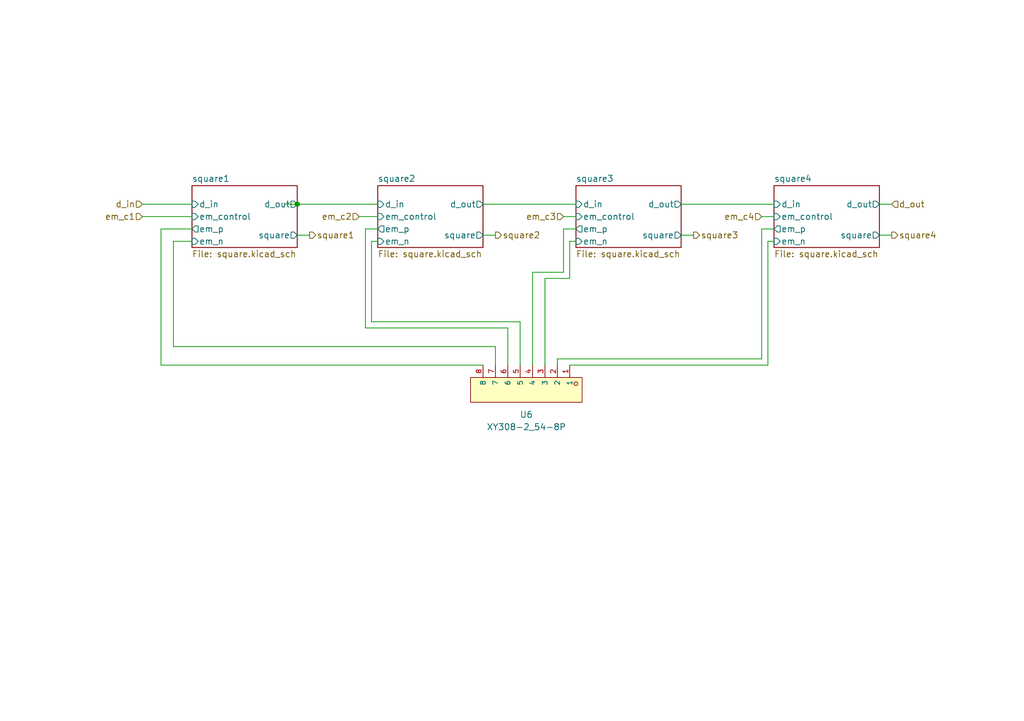
<source format=kicad_sch>
(kicad_sch (version 20231120) (generator "eeschema") (generator_version "8.0")
  (paper "A5")
  (lib_symbols
    (symbol "XY308-2_54-8P:XY308-2_54-8P"
      (property "Reference" "U" (at 0 1.27 0))
      (property "Value" "XY308-2_54-8P" (at 0 -2.54 0))
      (symbol "XY308-2_54-8P_0_1"
        (rectangle (start -2.54 11.43) (end 2.54 -11.43) (fill (type background)))
        (circle (center -1.27 10.16) (radius 0.381) (fill (type background)))
        (pin unspecified line (at -5.08 8.89 0) (length 2.54) (name "1") (number "1"))
        (pin unspecified line (at -5.08 6.35 0) (length 2.54) (name "2") (number "2"))
        (pin unspecified line (at -5.08 3.81 0) (length 2.54) (name "3") (number "3"))
        (pin unspecified line (at -5.08 1.27 0) (length 2.54) (name "4") (number "4"))
        (pin unspecified line (at -5.08 -1.27 0) (length 2.54) (name "5") (number "5"))
        (pin unspecified line (at -5.08 -3.81 0) (length 2.54) (name "6") (number "6"))
        (pin unspecified line (at -5.08 -6.35 0) (length 2.54) (name "7") (number "7"))
        (pin unspecified line (at -5.08 -8.89 0) (length 2.54) (name "8") (number "8"))
      )
    )
  )
  (junction (at 60.96 41.91))
  (wire (pts (xy 104.14 74.93) (xy 104.14 67.31)))
  (wire (pts (xy 139.7 48.26) (xy 142.24 48.26)))
  (wire (pts (xy 35.56 49.53) (xy 39.37 49.53)))
  (wire (pts (xy 180.34 41.91) (xy 182.88 41.91)))
  (wire (pts (xy 116.84 57.15) (xy 111.76 57.15)))
  (wire (pts (xy 33.02 46.99) (xy 39.37 46.99)))
  (wire (pts (xy 29.21 44.45) (xy 39.37 44.45)))
  (wire (pts (xy 157.48 49.53) (xy 158.75 49.53)))
  (wire (pts (xy 115.57 44.45) (xy 118.11 44.45)))
  (wire (pts (xy 76.2 66.04) (xy 76.2 49.53)))
  (wire (pts (xy 106.68 66.04) (xy 76.2 66.04)))
  (wire (pts (xy 60.96 41.91) (xy 77.47 41.91)))
  (wire (pts (xy 156.21 73.66) (xy 156.21 46.99)))
  (wire (pts (xy 116.84 49.53) (xy 118.11 49.53)))
  (wire (pts (xy 99.06 74.93) (xy 33.02 74.93)))
  (wire (pts (xy 58.42 41.91) (xy 60.96 41.91)))
  (wire (pts (xy 74.93 46.99) (xy 77.47 46.99)))
  (wire (pts (xy 115.57 46.99) (xy 118.11 46.99)))
  (wire (pts (xy 111.76 57.15) (xy 111.76 74.93)))
  (wire (pts (xy 99.06 48.26) (xy 101.6 48.26)))
  (wire (pts (xy 114.3 74.93) (xy 114.3 73.66)))
  (wire (pts (xy 101.6 74.93) (xy 101.6 71.12)))
  (wire (pts (xy 115.57 55.88) (xy 115.57 46.99)))
  (wire (pts (xy 101.6 71.12) (xy 35.56 71.12)))
  (wire (pts (xy 35.56 71.12) (xy 35.56 49.53)))
  (wire (pts (xy 106.68 74.93) (xy 106.68 66.04)))
  (wire (pts (xy 104.14 67.31) (xy 74.93 67.31)))
  (wire (pts (xy 116.84 49.53) (xy 116.84 57.15)))
  (wire (pts (xy 156.21 44.45) (xy 158.75 44.45)))
  (wire (pts (xy 109.22 74.93) (xy 109.22 55.88)))
  (wire (pts (xy 116.84 74.93) (xy 157.48 74.93)))
  (wire (pts (xy 139.7 41.91) (xy 158.75 41.91)))
  (wire (pts (xy 114.3 73.66) (xy 156.21 73.66)))
  (wire (pts (xy 29.21 41.91) (xy 39.37 41.91)))
  (wire (pts (xy 109.22 55.88) (xy 115.57 55.88)))
  (wire (pts (xy 33.02 74.93) (xy 33.02 46.99)))
  (wire (pts (xy 73.66 44.45) (xy 77.47 44.45)))
  (wire (pts (xy 76.2 49.53) (xy 77.47 49.53)))
  (wire (pts (xy 74.93 67.31) (xy 74.93 46.99)))
  (wire (pts (xy 156.21 46.99) (xy 158.75 46.99)))
  (wire (pts (xy 60.96 48.26) (xy 63.5 48.26)))
  (wire (pts (xy 99.06 41.91) (xy 118.11 41.91)))
  (wire (pts (xy 180.34 48.26) (xy 182.88 48.26)))
  (wire (pts (xy 157.48 74.93) (xy 157.48 49.53)))
  (hierarchical_label "square4" (shape output) (at 182.88 48.26 0))
  (hierarchical_label "square3" (shape output) (at 142.24 48.26 0))
  (hierarchical_label "square1" (shape output) (at 63.5 48.26 0))
  (hierarchical_label "em_c3" (shape input) (at 115.57 44.45 180))
  (hierarchical_label "d_in" (shape input) (at 29.21 41.91 180))
  (hierarchical_label "em_c1" (shape input) (at 29.21 44.45 180))
  (hierarchical_label "d_out" (shape input) (at 182.88 41.91 0))
  (hierarchical_label "em_c2" (shape input) (at 73.66 44.45 180))
  (hierarchical_label "square2" (shape output) (at 101.6 48.26 0))
  (hierarchical_label "em_c4" (shape input) (at 156.21 44.45 180))
  (symbol (lib_id "XY308-2_54-8P:XY308-2_54-8P") (at 107.95 80.01 270) (unit 1)
    (property "Reference" "U5" (at 107.95 85.09 90))
    (property "Value" "XY308-2_54-8P" (at 107.95 87.63 90))
    (property "Footprint" "footprint:CONN-TH_XY308-2.54-8P" (effects (hide yes)))
    (property "Datasheet" "https://item.szlcsc.com/989799.html?ref=editor&logined=true" (effects (hide yes)))
    (property "LCSC" "C915917" (effects (hide yes)))
    (instances (project "kfchess" (path "" (reference "U6") (unit 1)) (path "" (reference "U7") (unit 1)) (path "" (reference "U8") (unit 1)) (path "" (reference "U5") (unit 1))))
  )
  (sheet (at 118.11 38.1) (size 21.59 12.7) (stroke (width 0.1524))
    (property "Sheetname" "square3" (at 118.11 37.3884 0) (effects (justify left bottom)))
    (property "Sheetfile" "square.kicad_sch" (at 118.11 51.3846 0) (effects (justify left top)))
    (pin "d_out" output (at 139.7 41.91 0))
    (pin "em_p" output (at 118.11 46.99 180))
    (pin "em_n" input (at 118.11 49.53 180))
    (pin "em_control" input (at 118.11 44.45 180))
    (pin "d_in" input (at 118.11 41.91 180))
    (pin "square" output (at 139.7 48.26 0))
  )
  (sheet (at 39.37 38.1) (size 21.59 12.7) (stroke (width 0.1524))
    (property "Sheetname" "square1" (at 39.37 37.3884 0) (effects (justify left bottom)))
    (property "Sheetfile" "square.kicad_sch" (at 39.37 51.3846 0) (effects (justify left top)))
    (pin "d_out" output (at 60.96 41.91 0))
    (pin "em_p" output (at 39.37 46.99 180))
    (pin "em_n" input (at 39.37 49.53 180))
    (pin "em_control" input (at 39.37 44.45 180))
    (pin "d_in" input (at 39.37 41.91 180))
    (pin "square" output (at 60.96 48.26 0))
  )
  (sheet (at 158.75 38.1) (size 21.59 12.7) (stroke (width 0.1524))
    (property "Sheetname" "square4" (at 158.75 37.3884 0) (effects (justify left bottom)))
    (property "Sheetfile" "square.kicad_sch" (at 158.75 51.3846 0) (effects (justify left top)))
    (pin "d_out" output (at 180.34 41.91 0))
    (pin "em_p" output (at 158.75 46.99 180))
    (pin "em_n" input (at 158.75 49.53 180))
    (pin "em_control" input (at 158.75 44.45 180))
    (pin "d_in" input (at 158.75 41.91 180))
    (pin "square" output (at 180.34 48.26 0))
  )
  (sheet (at 77.47 38.1) (size 21.59 12.7) (stroke (width 0.1524))
    (property "Sheetname" "square2" (at 77.47 37.3884 0) (effects (justify left bottom)))
    (property "Sheetfile" "square.kicad_sch" (at 77.47 51.3846 0) (effects (justify left top)))
    (pin "d_out" output (at 99.06 41.91 0))
    (pin "em_p" output (at 77.47 46.99 180))
    (pin "em_n" input (at 77.47 49.53 180))
    (pin "em_control" input (at 77.47 44.45 180))
    (pin "d_in" input (at 77.47 41.91 180))
    (pin "square" output (at 99.06 48.26 0))
  )
)
</source>
